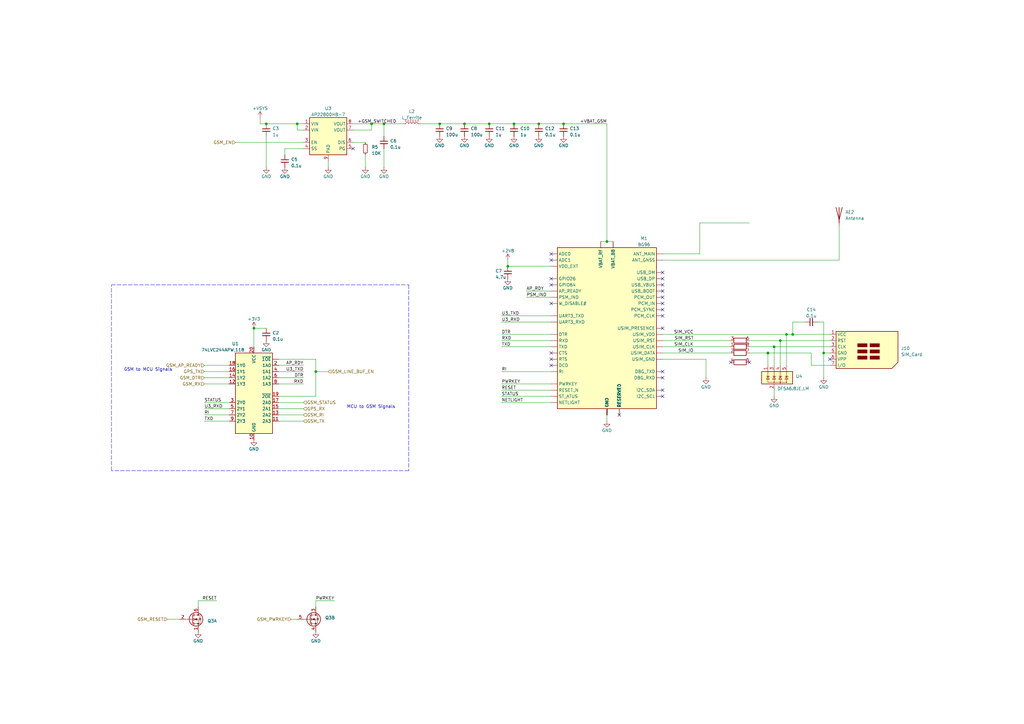
<source format=kicad_sch>
(kicad_sch (version 20250114) (generator "eeschema") (generator_version "9.0")
  (paper "A3")
  (lib_symbols
    (symbol "Connector:SIM_Card"
      (property "Reference" "J" (at -2.54 12.7 0))
      (property "Value" "SIM_Card" (at -1.27 10.16 0))
      (symbol "SIM_Card_0_1"
        (polyline (pts (xy -10.16 8.89) (xy 15.24 8.89) (xy 15.24 -3.81) (xy 12.7 -6.35) (xy -10.16 -6.35) (xy -10.16 8.89)) (stroke (width 0.254)) (fill (type background)))
        (rectangle (start -1.27 2.54) (end 2.54 3.81) (stroke (width 0.254)) (fill (type outline)))
        (rectangle (start -1.27 0) (end 2.54 1.27) (stroke (width 0.254)) (fill (type outline)))
        (rectangle (start -1.27 -2.54) (end 2.54 -1.27) (stroke (width 0.254)) (fill (type outline)))
        (rectangle (start 3.81 2.54) (end 7.62 3.81) (stroke (width 0.254)) (fill (type outline)))
        (rectangle (start 3.81 0) (end 7.62 1.27) (stroke (width 0.254)) (fill (type outline)))
        (rectangle (start 3.81 -1.27) (end 7.62 -2.54) (stroke (width 0.254)) (fill (type outline)))
      )
      (symbol "SIM_Card_1_1"
        (pin power_in line (at -12.7 7.62 0) (length 2.54) (name "VCC") (number "1"))
        (pin input line (at -12.7 5.08 0) (length 2.54) (name "RST") (number "2"))
        (pin input line (at -12.7 2.54 0) (length 2.54) (name "CLK") (number "3"))
        (pin power_in line (at -12.7 0 0) (length 2.54) (name "GND") (number "5"))
        (pin input line (at -12.7 -2.54 0) (length 2.54) (name "VPP") (number "6"))
        (pin bidirectional line (at -12.7 -5.08 0) (length 2.54) (name "I/O") (number "7"))
      )
    )
    (symbol "Device:Antenna" (pin_numbers (hide yes)) (pin_names (offset 1.016) (hide yes))
      (property "Reference" "AE" (at -1.905 1.905 0))
      (property "Value" "Antenna" (at -1.905 0 0))
      (symbol "Antenna_0_1"
        (polyline (pts (xy 0 2.54) (xy 0 -3.81)) (stroke (width 0.254)))
        (polyline (pts (xy 1.27 2.54) (xy 0 -2.54) (xy -1.27 2.54)) (stroke (width 0.254)))
      )
      (symbol "Antenna_1_1"
        (pin input line (at 0 -5.08 90) (length 2.54) (name "A") (number "1"))
      )
    )
    (symbol "Device:C_Small" (pin_numbers (hide yes)) (pin_names (offset 0.254) (hide yes))
      (property "Reference" "C" (at 0.254 1.778 0))
      (property "Value" "C_Small" (at 0.254 -2.032 0))
      (symbol "C_Small_0_1"
        (polyline (pts (xy -1.524 0.508) (xy 1.524 0.508)) (stroke (width 0.3048)))
        (polyline (pts (xy -1.524 -0.508) (xy 1.524 -0.508)) (stroke (width 0.3302)))
      )
      (symbol "C_Small_1_1"
        (pin passive line (at 0 2.54 270) (length 2.032) (name "~") (number "1"))
        (pin passive line (at 0 -2.54 90) (length 2.032) (name "~") (number "2"))
      )
    )
    (symbol "Device:L_Ferrite" (pin_numbers (hide yes)) (pin_names (offset 1.016) (hide yes))
      (property "Reference" "L" (at -1.27 0 90))
      (property "Value" "L_Ferrite" (at 2.794 0 90))
      (symbol "L_Ferrite_0_1"
        (arc (start 0 2.54) (mid 0.6323 1.905) (end 0 1.27))
        (arc (start 0 1.27) (mid 0.6323 0.635) (end 0 0))
        (arc (start 0 0) (mid 0.6323 -0.635) (end 0 -1.27))
        (arc (start 0 -1.27) (mid 0.6323 -1.905) (end 0 -2.54))
        (polyline (pts (xy 1.016 2.286) (xy 1.016 2.794)))
        (polyline (pts (xy 1.016 1.27) (xy 1.016 1.778)))
        (polyline (pts (xy 1.016 0.254) (xy 1.016 0.762)))
        (polyline (pts (xy 1.016 -0.762) (xy 1.016 -0.254)))
        (polyline (pts (xy 1.016 -1.778) (xy 1.016 -1.27)))
        (polyline (pts (xy 1.016 -2.794) (xy 1.016 -2.286)))
        (polyline (pts (xy 1.524 2.794) (xy 1.524 2.286)))
        (polyline (pts (xy 1.524 1.778) (xy 1.524 1.27)))
        (polyline (pts (xy 1.524 0.762) (xy 1.524 0.254)))
        (polyline (pts (xy 1.524 -0.254) (xy 1.524 -0.762)))
        (polyline (pts (xy 1.524 -1.27) (xy 1.524 -1.778)))
        (polyline (pts (xy 1.524 -2.286) (xy 1.524 -2.794)))
      )
      (symbol "L_Ferrite_1_1"
        (pin passive line (at 0 3.81 270) (length 1.27) (name "1") (number "1"))
        (pin passive line (at 0 -3.81 90) (length 1.27) (name "2") (number "2"))
      )
    )
    (symbol "Device:Q_Dual_NMOS_S1G1D2S2G2D1" (pin_names (offset 0) (hide yes))
      (property "Reference" "Q" (at 6.35 1.27 0))
      (property "Value" "Q_Dual_NMOS_S1G1D2S2G2D1" (at 19.05 -1.27 0))
      (symbol "Q_Dual_NMOS_S1G1D2S2G2D1_0_1"
        (polyline (pts (xy 0.254 1.905) (xy 0.254 -1.905)) (stroke (width 0.254)))
        (polyline (pts (xy 0.254 0) (xy -2.54 0)))
        (polyline (pts (xy 0.762 2.286) (xy 0.762 1.27)) (stroke (width 0.254)))
        (polyline (pts (xy 0.762 0.508) (xy 0.762 -0.508)) (stroke (width 0.254)))
        (polyline (pts (xy 0.762 -1.27) (xy 0.762 -2.286)) (stroke (width 0.254)))
        (polyline (pts (xy 0.762 -1.778) (xy 3.302 -1.778) (xy 3.302 1.778) (xy 0.762 1.778)))
        (polyline (pts (xy 1.016 0) (xy 2.032 0.381) (xy 2.032 -0.381) (xy 1.016 0)) (fill (type outline)))
        (circle (center 1.651 0) (radius 2.794) (stroke (width 0.254)))
        (polyline (pts (xy 2.54 2.54) (xy 2.54 1.778)))
        (circle (center 2.54 1.778) (radius 0.254) (fill (type outline)))
        (circle (center 2.54 -1.778) (radius 0.254) (fill (type outline)))
        (polyline (pts (xy 2.54 -2.54) (xy 2.54 0) (xy 0.762 0)))
        (polyline (pts (xy 2.794 0.508) (xy 2.921 0.381) (xy 3.683 0.381) (xy 3.81 0.254)))
        (polyline (pts (xy 3.302 0.381) (xy 2.921 -0.254) (xy 3.683 -0.254) (xy 3.302 0.381)))
      )
      (symbol "Q_Dual_NMOS_S1G1D2S2G2D1_1_1"
        (pin input line (at -5.08 0 0) (length 2.54) (name "G") (number "2"))
        (pin passive line (at 2.54 5.08 270) (length 2.54) (name "D") (number "6"))
        (pin passive line (at 2.54 -5.08 90) (length 2.54) (name "S") (number "1"))
      )
      (symbol "Q_Dual_NMOS_S1G1D2S2G2D1_2_1"
        (pin input line (at -5.08 0 0) (length 2.54) (name "G") (number "5"))
        (pin passive line (at 2.54 5.08 270) (length 2.54) (name "D") (number "3"))
        (pin passive line (at 2.54 -5.08 90) (length 2.54) (name "S") (number "4"))
      )
    )
    (symbol "Device:R_Pack04_Split" (pin_names (offset 0) (hide yes))
      (property "Reference" "RN" (at 2.032 0 90))
      (property "Value" "R_Pack04_Split" (at 0 0 90))
      (symbol "R_Pack04_Split_0_1"
        (rectangle (start 1.016 2.54) (end -1.016 -2.54) (stroke (width 0.254)))
      )
      (symbol "R_Pack04_Split_1_1"
        (pin passive line (at 0 3.81 270) (length 1.27) (name "R1.2") (number "8"))
        (pin passive line (at 0 -3.81 90) (length 1.27) (name "R1.1") (number "1"))
      )
      (symbol "R_Pack04_Split_2_1"
        (pin passive line (at 0 3.81 270) (length 1.27) (name "R2.2") (number "7"))
        (pin passive line (at 0 -3.81 90) (length 1.27) (name "R2.1") (number "2"))
      )
      (symbol "R_Pack04_Split_3_1"
        (pin passive line (at 0 3.81 270) (length 1.27) (name "R3.2") (number "6"))
        (pin passive line (at 0 -3.81 90) (length 1.27) (name "R3.1") (number "3"))
      )
      (symbol "R_Pack04_Split_4_1"
        (pin passive line (at 0 3.81 270) (length 1.27) (name "R4.2") (number "5"))
        (pin passive line (at 0 -3.81 90) (length 1.27) (name "R4.1") (number "4"))
      )
    )
    (symbol "Device:R_Small" (pin_numbers (hide yes)) (pin_names (offset 0.254) (hide yes))
      (property "Reference" "R" (at 0 0 90))
      (property "Value" "R_Small" (at 1.778 0 90))
      (symbol "R_Small_0_1"
        (rectangle (start -0.762 1.778) (end 0.762 -1.778) (stroke (width 0.2032)))
      )
      (symbol "R_Small_1_1"
        (pin passive line (at 0 2.54 270) (length 0.762) (name "~") (number "1"))
        (pin passive line (at 0 -2.54 90) (length 0.762) (name "~") (number "2"))
      )
    )
    (symbol "My Libraries:+2V8" (power) (in_bom no) (on_board no)
      (property "Value" "+2V8" (at 0 3.81 0))
      (symbol "+2V8_0_1"
        (polyline (pts (xy 0 2.54) (xy -0.762 1.27)))
        (polyline (pts (xy 0 2.54) (xy 0.762 1.27)))
        (polyline (pts (xy 0 0) (xy 0 2.54)))
      )
      (symbol "+2V8_1_1"
        (pin power_in line (at 0 0 90) (length 0) (hide yes) (name "+2V8") (number ""))
      )
    )
    (symbol "My Libraries:+VSYS" (power) (in_bom no) (on_board no)
      (property "Value" "+VSYS" (at 0 3.81 0))
      (symbol "+VSYS_0_1"
        (polyline (pts (xy 0 2.54) (xy -0.762 1.27)))
        (polyline (pts (xy 0 2.54) (xy 0.762 1.27)))
        (polyline (pts (xy 0 0) (xy 0 2.54)))
      )
      (symbol "+VSYS_1_1"
        (pin power_in line (at 0 0 90) (length 0) (hide yes) (name "+VSYS") (number ""))
      )
    )
    (symbol "My Libraries:74LVC244APW,118"
      (property "Reference" "U" (at -10.16 22.86 0))
      (property "Value" "74LVC244APW,118" (at -12.7 20.32 0))
      (symbol "74LVC244APW,118_0_1"
        (rectangle (start -7.62 17.78) (end 7.62 -15.24) (stroke (width 0.254)) (fill (type background)))
      )
      (symbol "74LVC244APW,118_1_1"
        (pin input line (at -10.16 15.24 0) (length 2.54) (name "~{1OE}") (number ""))
        (pin input line (at -10.16 12.7 0) (length 2.54) (name "1A0") (number "2"))
        (pin input line (at -10.16 10.16 0) (length 2.54) (name "1A1") (number "4"))
        (pin input line (at -10.16 7.62 0) (length 2.54) (name "1A2") (number "6"))
        (pin input line (at -10.16 5.08 0) (length 2.54) (name "1A3") (number "8"))
        (pin input line (at -10.16 0 0) (length 2.54) (name "~{2OE}") (number "19"))
        (pin input line (at -10.16 -2.54 0) (length 2.54) (name "2A0") (number "17"))
        (pin input line (at -10.16 -5.08 0) (length 2.54) (name "2A1") (number "15"))
        (pin input line (at -10.16 -7.62 0) (length 2.54) (name "2A2") (number "13"))
        (pin input line (at -10.16 -10.16 0) (length 2.54) (name "2A3") (number "11"))
        (pin power_in line (at 0 20.32 270) (length 2.54) (name "VCC") (number "20"))
        (pin power_in line (at 0 -17.78 90) (length 2.54) (name "GND") (number "10"))
        (pin output line (at 10.16 12.7 180) (length 2.54) (name "1Y0") (number "18"))
        (pin output line (at 10.16 10.16 180) (length 2.54) (name "1Y1") (number "16"))
        (pin output line (at 10.16 7.62 180) (length 2.54) (name "1Y2") (number "14"))
        (pin output line (at 10.16 5.08 180) (length 2.54) (name "1Y3") (number "12"))
        (pin output line (at 10.16 -2.54 180) (length 2.54) (name "2Y0") (number "3"))
        (pin output line (at 10.16 -5.08 180) (length 2.54) (name "2Y1") (number "5"))
        (pin output line (at 10.16 -7.62 180) (length 2.54) (name "2Y2") (number "7"))
        (pin output line (at 10.16 -10.16 180) (length 2.54) (name "2Y3") (number "9"))
      )
    )
    (symbol "My Libraries:AP22800HB-7"
      (property "Reference" "U" (at -1.27 10.16 0))
      (property "Value" "AP22800HB-7" (at -1.27 10.16 0))
      (symbol "AP22800HB-7_0_1"
        (rectangle (start -7.62 7.62) (end 7.62 -7.62) (stroke (width 0.254)) (fill (type background)))
      )
      (symbol "AP22800HB-7_1_1"
        (pin power_in line (at -10.16 5.08 0) (length 2.54) (name "VIN") (number "1"))
        (pin power_in line (at -10.16 2.54 0) (length 2.54) (name "VIN") (number "2"))
        (pin input line (at -10.16 -2.54 0) (length 2.54) (name "EN") (number "3"))
        (pin input line (at -10.16 -5.08 0) (length 2.54) (name "SS") (number "4"))
        (pin power_in line (at 0 -10.16 90) (length 2.54) (name "PAD") (number "9"))
        (pin passive line (at 10.16 5.08 180) (length 2.54) (name "VOUT") (number "8"))
        (pin passive line (at 10.16 2.54 180) (length 2.54) (name "VOUT") (number "7"))
        (pin output line (at 10.16 -2.54 180) (length 2.54) (name "DIS") (number "6"))
        (pin output line (at 10.16 -5.08 180) (length 2.54) (name "PG") (number "5"))
      )
    )
    (symbol "My Libraries:BG96" (pin_numbers (hide yes))
      (property "Reference" "M" (at -17.78 27.94 0))
      (property "Value" "BG96" (at -17.78 25.4 0))
      (symbol "BG96_0_1"
        (rectangle (start -20.32 22.86) (end 20.32 -43.18) (stroke (width 0.254)) (fill (type background)))
      )
      (symbol "BG96_1_1"
        (pin input line (at -22.86 20.32 0) (length 2.54) (name "ADC0") (number "24"))
        (pin input line (at -22.86 17.78 0) (length 2.54) (name "ADC1") (number "2"))
        (pin power_out line (at -22.86 15.24 0) (length 2.54) (name "VDD_EXT") (number "29"))
        (pin bidirectional line (at -22.86 10.16 0) (length 2.54) (name "GPIO26") (number "26"))
        (pin bidirectional line (at -22.86 7.62 0) (length 2.54) (name "GPIO64") (number "64"))
        (pin input line (at -22.86 5.08 0) (length 2.54) (name "AP_READY") (number "19"))
        (pin output line (at -22.86 2.54 0) (length 2.54) (name "PSM_IND") (number "1"))
        (pin input line (at -22.86 0 0) (length 2.54) (name "W_DISABLE#") (number "18"))
        (pin output line (at -22.86 -5.08 0) (length 2.54) (name "UART3_TXD") (number "27"))
        (pin input line (at -22.86 -7.62 0) (length 2.54) (name "UART3_RXD") (number "28"))
        (pin input line (at -22.86 -12.7 0) (length 2.54) (name "DTR") (number "30"))
        (pin input line (at -22.86 -15.24 0) (length 2.54) (name "RXD") (number "34"))
        (pin output line (at -22.86 -17.78 0) (length 2.54) (name "TXD") (number "35"))
        (pin output line (at -22.86 -20.32 0) (length 2.54) (name "CTS") (number "36"))
        (pin input line (at -22.86 -22.86 0) (length 2.54) (name "RTS") (number "37"))
        (pin output line (at -22.86 -25.4 0) (length 2.54) (name "DCD") (number "38"))
        (pin output line (at -22.86 -27.94 0) (length 2.54) (name "RI") (number "39"))
        (pin passive line (at -22.86 -33.02 0) (length 2.54) (name "PWRKEY") (number "15"))
        (pin input line (at -22.86 -35.56 0) (length 2.54) (name "RESET_N") (number "17"))
        (pin passive line (at -22.86 -38.1 0) (length 2.54) (name "ST_ATUS") (number "20"))
        (pin passive line (at -22.86 -40.64 0) (length 2.54) (name "NETLIGHT") (number "21"))
        (pin power_in line (at -2.54 25.4 270) (length 2.54) (name "VBAT_RF") (number "52"))
        (pin power_in line (at -2.54 25.4 270) (length 2.54) (name "VBAT_RF") (number "53"))
        (pin power_in line (at 0 -45.72 90) (length 2.54) (name "GND") (number "100"))
        (pin power_in line (at 0 -45.72 90) (length 2.54) (name "GND") (number "101"))
        (pin power_in line (at 0 -45.72 90) (length 2.54) (name "GND") (number "102"))
        (pin power_in line (at 0 -45.72 90) (length 2.54) (name "GND") (number "3"))
        (pin power_in line (at 0 -45.72 90) (length 2.54) (name "GND") (number "31"))
        (pin power_in line (at 0 -45.72 90) (length 2.54) (name "GND") (number "48"))
        (pin power_in line (at 0 -45.72 90) (length 2.54) (name "GND") (number "50"))
        (pin power_in line (at 0 -45.72 90) (length 2.54) (name "GND") (number "54"))
        (pin power_in line (at 0 -45.72 90) (length 2.54) (name "GND") (number "55"))
        (pin power_in line (at 0 -45.72 90) (length 2.54) (name "GND") (number "58"))
        (pin power_in line (at 0 -45.72 90) (length 2.54) (name "GND") (number "59"))
        (pin power_in line (at 0 -45.72 90) (length 2.54) (name "GND") (number "61"))
        (pin power_in line (at 0 -45.72 90) (length 2.54) (name "GND") (number "62"))
        (pin power_in line (at 0 -45.72 90) (length 2.54) (name "GND") (number "67"))
        (pin power_in line (at 0 -45.72 90) (length 2.54) (name "GND") (number "68"))
        (pin power_in line (at 0 -45.72 90) (length 2.54) (name "GND") (number "69"))
        (pin power_in line (at 0 -45.72 90) (length 2.54) (name "GND") (number "70"))
        (pin power_in line (at 0 -45.72 90) (length 2.54) (name "GND") (number "71"))
        (pin power_in line (at 0 -45.72 90) (length 2.54) (name "GND") (number "72"))
        (pin power_in line (at 0 -45.72 90) (length 2.54) (name "GND") (number "73"))
        (pin power_in line (at 0 -45.72 90) (length 2.54) (name "GND") (number "74"))
        (pin power_in line (at 0 -45.72 90) (length 2.54) (name "GND") (number "79"))
        (pin power_in line (at 0 -45.72 90) (length 2.54) (name "GND") (number "80"))
        (pin power_in line (at 0 -45.72 90) (length 2.54) (name "GND") (number "81"))
        (pin power_in line (at 0 -45.72 90) (length 2.54) (name "GND") (number "82"))
        (pin power_in line (at 0 -45.72 90) (length 2.54) (name "GND") (number "89"))
        (pin power_in line (at 0 -45.72 90) (length 2.54) (name "GND") (number "90"))
        (pin power_in line (at 0 -45.72 90) (length 2.54) (name "GND") (number "91"))
        (pin power_in line (at 2.54 25.4 270) (length 2.54) (name "VBAT_BB") (number "32"))
        (pin power_in line (at 2.54 25.4 270) (length 2.54) (name "VBAT_BB") (number "33"))
        (pin free line (at 5.08 -45.72 90) (length 2.54) (name "RESERVED") (number "11"))
        (pin free line (at 5.08 -45.72 90) (length 2.54) (name "RESERVED") (number "12"))
        (pin free line (at 5.08 -45.72 90) (length 2.54) (name "RESERVED") (number "13"))
        (pin free line (at 5.08 -45.72 90) (length 2.54) (name "RESERVED") (number "14"))
        (pin free line (at 5.08 -45.72 90) (length 2.54) (name "RESERVED") (number "16"))
        (pin free line (at 5.08 -45.72 90) (length 2.54) (name "RESERVED") (number "25"))
        (pin free line (at 5.08 -45.72 90) (length 2.54) (name "RESERVED") (number "51"))
        (pin free line (at 5.08 -45.72 90) (length 2.54) (name "RESERVED") (number "56"))
        (pin free line (at 5.08 -45.72 90) (length 2.54) (name "RESERVED") (number "57"))
        (pin free line (at 5.08 -45.72 90) (length 2.54) (name "RESERVED") (number "63"))
        (pin free line (at 5.08 -45.72 90) (length 2.54) (name "RESERVED") (number "65"))
        (pin free line (at 5.08 -45.72 90) (length 2.54) (name "RESERVED") (number "66"))
        (pin free line (at 5.08 -45.72 90) (length 2.54) (name "RESERVED") (number "76"))
        (pin free line (at 5.08 -45.72 90) (length 2.54) (name "RESERVED") (number "77"))
        (pin free line (at 5.08 -45.72 90) (length 2.54) (name "RESERVED") (number "78"))
        (pin free line (at 5.08 -45.72 90) (length 2.54) (name "RESERVED") (number "83"))
        (pin free line (at 5.08 -45.72 90) (length 2.54) (name "RESERVED") (number "84"))
        (pin free line (at 5.08 -45.72 90) (length 2.54) (name "RESERVED") (number "85"))
        (pin free line (at 5.08 -45.72 90) (length 2.54) (name "RESERVED") (number "86"))
        (pin free line (at 5.08 -45.72 90) (length 2.54) (name "RESERVED") (number "87"))
        (pin free line (at 5.08 -45.72 90) (length 2.54) (name "RESERVED") (number "88"))
        (pin free line (at 5.08 -45.72 90) (length 2.54) (name "RESERVED") (number "92"))
        (pin free line (at 5.08 -45.72 90) (length 2.54) (name "RESERVED") (number "93"))
        (pin free line (at 5.08 -45.72 90) (length 2.54) (name "RESERVED") (number "94"))
        (pin free line (at 5.08 -45.72 90) (length 2.54) (name "RESERVED") (number "95"))
        (pin free line (at 5.08 -45.72 90) (length 2.54) (name "RESERVED") (number "96"))
        (pin free line (at 5.08 -45.72 90) (length 2.54) (name "RESERVED") (number "97"))
        (pin free line (at 5.08 -45.72 90) (length 2.54) (name "RESERVED") (number "98"))
        (pin free line (at 5.08 -45.72 90) (length 2.54) (name "RESERVED") (number "99"))
        (pin passive line (at 22.86 20.32 180) (length 2.54) (name "ANT_MAIN") (number "60"))
        (pin passive line (at 22.86 17.78 180) (length 2.54) (name "ANT_GNSS") (number "49"))
        (pin bidirectional line (at 22.86 12.7 180) (length 2.54) (name "USB_DM") (number "10"))
        (pin bidirectional line (at 22.86 10.16 180) (length 2.54) (name "USB_DP") (number "9"))
        (pin power_in line (at 22.86 7.62 180) (length 2.54) (name "USB_VBUS") (number "8"))
        (pin power_in line (at 22.86 5.08 180) (length 2.54) (name "USB_BOOT") (number "75"))
        (pin output line (at 22.86 2.54 180) (length 2.54) (name "PCM_OUT") (number "7"))
        (pin input line (at 22.86 0 180) (length 2.54) (name "PCM_IN") (number "6"))
        (pin output line (at 22.86 -2.54 180) (length 2.54) (name "PCM_SYNC") (number "5"))
        (pin output line (at 22.86 -5.08 180) (length 2.54) (name "PCM_CLK") (number "4"))
        (pin input line (at 22.86 -10.16 180) (length 2.54) (name "USIM_PRESENCE") (number "42"))
        (pin power_out line (at 22.86 -12.7 180) (length 2.54) (name "USIM_VDD") (number "43"))
        (pin output line (at 22.86 -15.24 180) (length 2.54) (name "USIM_RST") (number "44"))
        (pin output line (at 22.86 -17.78 180) (length 2.54) (name "USIM_CLK") (number "46"))
        (pin bidirectional line (at 22.86 -20.32 180) (length 2.54) (name "USIM_DATA") (number "45"))
        (pin power_in line (at 22.86 -22.86 180) (length 2.54) (name "USIM_GND") (number "47"))
        (pin output line (at 22.86 -27.94 180) (length 2.54) (name "DBG_TXD") (number "23"))
        (pin input line (at 22.86 -30.48 180) (length 2.54) (name "DBG_RXD") (number "22"))
        (pin bidirectional line (at 22.86 -35.56 180) (length 2.54) (name "I2C_SDA") (number "41"))
        (pin bidirectional line (at 22.86 -38.1 180) (length 2.54) (name "I2C_SCL") (number "40"))
      )
    )
    (symbol "My Libraries:DF5A6.8JE,LM" (pin_names (hide yes))
      (property "Reference" "U" (at 7.62 7.62 0))
      (property "Value" "DF5A6.8JE,LM" (at 12.7 5.08 0))
      (symbol "DF5A6.8JE,LM_0_0"
        (pin passive line (at 0 -5.08 90) (length 2.54) (name "GND") (number "2"))
      )
      (symbol "DF5A6.8JE,LM_0_1"
        (rectangle (start -5.08 2.54) (end 7.62 -2.54) (stroke (width 0.254)) (fill (type background)))
        (polyline (pts (xy -3.175 0.635) (xy -1.905 0.635) (xy -1.905 0.381)))
        (polyline (pts (xy -3.175 -0.635) (xy -1.905 -0.635) (xy -2.54 0.635) (xy -3.175 -0.635)))
        (polyline (pts (xy -2.54 2.54) (xy -2.54 -1.905) (xy 5.08 -1.905) (xy 5.08 -1.905)))
        (polyline (pts (xy -0.635 0.635) (xy 0.635 0.635) (xy 0.635 0.381)))
        (polyline (pts (xy -0.635 -0.635) (xy 0.635 -0.635) (xy 0 0.635) (xy -0.635 -0.635)))
        (polyline (pts (xy 0 2.54) (xy 0 -1.905)))
        (circle (center 0 -1.905) (radius 0.127))
        (polyline (pts (xy 1.905 0.635) (xy 3.175 0.635) (xy 3.175 0.381)))
        (polyline (pts (xy 1.905 -0.635) (xy 3.175 -0.635) (xy 2.54 0.635) (xy 1.905 -0.635)))
        (polyline (pts (xy 2.54 2.54) (xy 2.54 -2.54)))
        (circle (center 2.54 -1.905) (radius 0.127))
        (polyline (pts (xy 4.445 0.635) (xy 5.715 0.635) (xy 5.715 0.381)))
        (polyline (pts (xy 4.445 -0.635) (xy 5.715 -0.635) (xy 5.08 0.635) (xy 4.445 -0.635)))
        (polyline (pts (xy 5.08 2.54) (xy 5.08 -1.905)))
        (circle (center 5.08 -1.905) (radius 0.127))
      )
      (symbol "DF5A6.8JE,LM_1_1"
        (pin passive line (at -2.54 5.08 270) (length 2.54) (name "IO1") (number "1"))
        (pin passive line (at 0 5.08 270) (length 2.54) (name "IO2") (number "3"))
        (pin passive line (at 2.54 5.08 270) (length 2.54) (name "IO3") (number "4"))
        (pin passive line (at 5.08 5.08 270) (length 2.54) (name "IO4") (number "5"))
      )
    )
    (symbol "power:+3.3V" (power) (pin_numbers (hide yes)) (pin_names (offset 0) (hide yes))
      (property "Value" "+3.3V" (at 0 3.556 0))
      (symbol "+3.3V_0_1"
        (polyline (pts (xy -0.762 1.27) (xy 0 2.54)))
        (polyline (pts (xy 0 2.54) (xy 0.762 1.27)))
        (polyline (pts (xy 0 0) (xy 0 2.54)))
      )
      (symbol "+3.3V_1_1"
        (pin power_in line (at 0 0 90) (length 0) (name "~") (number "1"))
      )
    )
    (symbol "power:GND" (power) (pin_numbers (hide yes)) (pin_names (offset 0) (hide yes))
      (property "Value" "GND" (at 0 -3.81 0))
      (symbol "GND_0_1"
        (polyline (pts (xy 0 0) (xy 0 -1.27) (xy 1.27 -1.27) (xy 0 -2.54) (xy -1.27 -1.27) (xy 0 -1.27)))
      )
      (symbol "GND_1_1"
        (pin power_in line (at 0 0 270) (length 0) (name "~") (number "1"))
      )
    )
  )
  (text "GSM to MCU Signals" (at 50.8 152.4 0) (effects (font (size 1.27 1.27)) (justify left bottom)))
  (text "MCU to GSM Signals" (at 142.24 167.64 0) (effects (font (size 1.27 1.27)) (justify left bottom)))
  (junction (at 180.34 50.8))
  (junction (at 322.58 137.16) (diameter 0.9144))
  (junction (at 109.22 50.8) (diameter 0.9144))
  (junction (at 210.82 50.8))
  (junction (at 121.92 50.8) (diameter 0.9144))
  (junction (at 157.48 50.8) (diameter 0.9144))
  (junction (at 190.5 50.8))
  (junction (at 152.4 50.8) (diameter 0.9144))
  (junction (at 208.28 109.22) (diameter 0.9144))
  (junction (at 104.14 134.62) (diameter 0.9144))
  (junction (at 325.12 137.16) (diameter 0.9144))
  (junction (at 129.54 152.4))
  (junction (at 248.92 99.06))
  (junction (at 220.98 50.8) (diameter 0.9144))
  (junction (at 320.04 139.7) (diameter 0.9144))
  (junction (at 200.66 50.8))
  (junction (at 231.14 50.8))
  (junction (at 314.96 144.78) (diameter 0.9144))
  (junction (at 317.5 142.24) (diameter 0.9144))
  (junction (at 337.82 144.78) (diameter 0.9144))
  (no_connect (at 144.78 60.96))
  (no_connect (at 226.06 144.78))
  (no_connect (at 271.78 114.3))
  (no_connect (at 271.78 134.62))
  (no_connect (at 226.06 106.68))
  (no_connect (at 271.78 119.38))
  (no_connect (at 340.36 147.32))
  (no_connect (at 254 170.18))
  (no_connect (at 271.78 154.94))
  (no_connect (at 271.78 116.84))
  (no_connect (at 226.06 114.3))
  (no_connect (at 226.06 116.84))
  (no_connect (at 271.78 121.92))
  (no_connect (at 271.78 124.46))
  (no_connect (at 271.78 127))
  (no_connect (at 271.78 129.54))
  (no_connect (at 271.78 160.02))
  (no_connect (at 271.78 162.56))
  (no_connect (at 226.06 149.86))
  (no_connect (at 226.06 104.14))
  (no_connect (at 226.06 124.46))
  (no_connect (at 271.78 111.76))
  (no_connect (at 299.72 148.59))
  (no_connect (at 307.34 148.59))
  (no_connect (at 271.78 152.4))
  (no_connect (at 226.06 147.32))
  (wire (pts (xy 317.5 142.24) (xy 317.5 149.86)))
  (wire (pts (xy 205.74 142.24) (xy 226.06 142.24)))
  (wire (pts (xy 106.68 48.26) (xy 106.68 50.8)))
  (wire (pts (xy 205.74 152.4) (xy 226.06 152.4)))
  (wire (pts (xy 157.48 50.8) (xy 157.48 55.88)))
  (wire (pts (xy 307.34 139.7) (xy 320.04 139.7)))
  (wire (pts (xy 208.28 109.22) (xy 226.06 109.22)))
  (wire (pts (xy 271.78 139.7) (xy 299.72 139.7)))
  (wire (pts (xy 320.04 139.7) (xy 340.36 139.7)))
  (wire (pts (xy 109.22 50.8) (xy 121.92 50.8)))
  (wire (pts (xy 121.92 53.34) (xy 121.92 50.8)))
  (wire (pts (xy 124.46 53.34) (xy 121.92 53.34)))
  (wire (pts (xy 144.78 50.8) (xy 152.4 50.8)))
  (wire (pts (xy 215.9 121.92) (xy 226.06 121.92)))
  (wire (pts (xy 129.54 152.4) (xy 134.62 152.4)))
  (wire (pts (xy 93.98 165.1) (xy 83.82 165.1)))
  (wire (pts (xy 129.54 246.38) (xy 137.16 246.38)))
  (wire (pts (xy 129.54 248.92) (xy 129.54 246.38)))
  (wire (pts (xy 83.82 157.48) (xy 93.98 157.48)))
  (wire (pts (xy 205.74 137.16) (xy 226.06 137.16)))
  (wire (pts (xy 246.38 99.06) (xy 248.92 99.06)))
  (wire (pts (xy 81.28 248.92) (xy 81.28 246.38)))
  (wire (pts (xy 205.74 160.02) (xy 226.06 160.02)))
  (polyline (pts (xy 167.64 116.84) (xy 167.64 193.04)) (stroke (width 0) (type dash)))
  (wire (pts (xy 314.96 144.78) (xy 314.96 149.86)))
  (wire (pts (xy 180.34 50.8) (xy 190.5 50.8)))
  (wire (pts (xy 129.54 152.4) (xy 129.54 162.56)))
  (wire (pts (xy 93.98 167.64) (xy 83.82 167.64)))
  (wire (pts (xy 172.72 50.8) (xy 180.34 50.8)))
  (wire (pts (xy 271.78 142.24) (xy 299.72 142.24)))
  (wire (pts (xy 317.5 142.24) (xy 340.36 142.24)))
  (wire (pts (xy 332.74 149.86) (xy 332.74 144.78)))
  (wire (pts (xy 340.36 149.86) (xy 332.74 149.86)))
  (wire (pts (xy 116.84 60.96) (xy 116.84 63.5)))
  (wire (pts (xy 124.46 60.96) (xy 116.84 60.96)))
  (wire (pts (xy 114.3 170.18) (xy 124.46 170.18)))
  (wire (pts (xy 271.78 137.16) (xy 322.58 137.16)))
  (wire (pts (xy 322.58 137.16) (xy 325.12 137.16)))
  (wire (pts (xy 325.12 137.16) (xy 340.36 137.16)))
  (wire (pts (xy 114.3 167.64) (xy 124.46 167.64)))
  (wire (pts (xy 322.58 137.16) (xy 322.58 149.86)))
  (wire (pts (xy 205.74 132.08) (xy 226.06 132.08)))
  (polyline (pts (xy 45.72 193.04) (xy 45.72 116.84)) (stroke (width 0) (type dash)))
  (wire (pts (xy 129.54 147.32) (xy 129.54 152.4)))
  (wire (pts (xy 119.38 254) (xy 121.92 254)))
  (wire (pts (xy 190.5 50.8) (xy 200.66 50.8)))
  (wire (pts (xy 83.82 154.94) (xy 93.98 154.94)))
  (wire (pts (xy 144.78 58.42) (xy 149.86 58.42)))
  (wire (pts (xy 114.3 172.72) (xy 124.46 172.72)))
  (wire (pts (xy 271.78 144.78) (xy 299.72 144.78)))
  (wire (pts (xy 314.96 144.78) (xy 332.74 144.78)))
  (wire (pts (xy 307.34 144.78) (xy 314.96 144.78)))
  (wire (pts (xy 68.58 254) (xy 73.66 254)))
  (wire (pts (xy 248.92 99.06) (xy 251.46 99.06)))
  (wire (pts (xy 271.78 104.14) (xy 287.02 104.14)))
  (wire (pts (xy 287.02 91.44) (xy 307.34 91.44)))
  (wire (pts (xy 287.02 104.14) (xy 287.02 91.44)))
  (wire (pts (xy 200.66 50.8) (xy 210.82 50.8)))
  (wire (pts (xy 344.17 106.68) (xy 344.17 92.71)))
  (wire (pts (xy 307.34 142.24) (xy 317.5 142.24)))
  (wire (pts (xy 114.3 157.48) (xy 124.46 157.48)))
  (wire (pts (xy 83.82 149.86) (xy 93.98 149.86)))
  (polyline (pts (xy 167.64 193.04) (xy 45.72 193.04)) (stroke (width 0) (type dash)))
  (wire (pts (xy 114.3 162.56) (xy 129.54 162.56)))
  (wire (pts (xy 109.22 55.88) (xy 109.22 68.58)))
  (wire (pts (xy 317.5 160.02) (xy 317.5 162.56)))
  (wire (pts (xy 104.14 134.62) (xy 109.22 134.62)))
  (wire (pts (xy 231.14 50.8) (xy 248.92 50.8)))
  (wire (pts (xy 271.78 147.32) (xy 289.56 147.32)))
  (wire (pts (xy 208.28 106.68) (xy 208.28 109.22)))
  (wire (pts (xy 106.68 50.8) (xy 109.22 50.8)))
  (wire (pts (xy 157.48 60.96) (xy 157.48 68.58)))
  (wire (pts (xy 114.3 165.1) (xy 124.46 165.1)))
  (wire (pts (xy 248.92 170.18) (xy 248.92 172.72)))
  (wire (pts (xy 215.9 119.38) (xy 226.06 119.38)))
  (wire (pts (xy 104.14 134.62) (xy 104.14 142.24)))
  (wire (pts (xy 144.78 53.34) (xy 152.4 53.34)))
  (wire (pts (xy 152.4 53.34) (xy 152.4 50.8)))
  (wire (pts (xy 149.86 63.5) (xy 149.86 68.58)))
  (polyline (pts (xy 45.72 116.84) (xy 167.64 116.84)) (stroke (width 0) (type dash)))
  (wire (pts (xy 210.82 50.8) (xy 220.98 50.8)))
  (wire (pts (xy 271.78 106.68) (xy 344.17 106.68)))
  (wire (pts (xy 93.98 172.72) (xy 83.82 172.72)))
  (wire (pts (xy 114.3 154.94) (xy 124.46 154.94)))
  (wire (pts (xy 114.3 147.32) (xy 129.54 147.32)))
  (wire (pts (xy 81.28 246.38) (xy 88.9 246.38)))
  (wire (pts (xy 114.3 152.4) (xy 124.46 152.4)))
  (wire (pts (xy 220.98 50.8) (xy 231.14 50.8)))
  (wire (pts (xy 320.04 139.7) (xy 320.04 149.86)))
  (wire (pts (xy 114.3 149.86) (xy 124.46 149.86)))
  (wire (pts (xy 134.62 66.04) (xy 134.62 68.58)))
  (wire (pts (xy 205.74 139.7) (xy 226.06 139.7)))
  (wire (pts (xy 121.92 50.8) (xy 124.46 50.8)))
  (wire (pts (xy 93.98 170.18) (xy 83.82 170.18)))
  (wire (pts (xy 226.06 157.48) (xy 205.74 157.48)))
  (wire (pts (xy 335.28 132.08) (xy 337.82 132.08)))
  (wire (pts (xy 337.82 132.08) (xy 337.82 144.78)))
  (wire (pts (xy 337.82 144.78) (xy 337.82 154.94)))
  (wire (pts (xy 205.74 165.1) (xy 226.06 165.1)))
  (wire (pts (xy 248.92 50.8) (xy 248.92 99.06)))
  (wire (pts (xy 152.4 50.8) (xy 157.48 50.8)))
  (wire (pts (xy 157.48 50.8) (xy 165.1 50.8)))
  (wire (pts (xy 205.74 129.54) (xy 226.06 129.54)))
  (wire (pts (xy 325.12 132.08) (xy 325.12 137.16)))
  (wire (pts (xy 330.2 132.08) (xy 325.12 132.08)))
  (wire (pts (xy 96.52 58.42) (xy 124.46 58.42)))
  (wire (pts (xy 289.56 154.94) (xy 289.56 147.32)))
  (wire (pts (xy 83.82 152.4) (xy 93.98 152.4)))
  (wire (pts (xy 205.74 162.56) (xy 226.06 162.56)))
  (wire (pts (xy 340.36 144.78) (xy 337.82 144.78)))
  (label "PWRKEY" (at 137.16 246.38 180))
  (label "NETLIGHT" (at 205.74 165.1 0))
  (label "AP_RDY" (at 124.46 149.86 180))
  (label "SIM_IO" (at 284.48 144.78 180))
  (label "RXD" (at 124.46 157.48 180))
  (label "STATUS" (at 205.74 162.56 0))
  (label "RESET" (at 205.74 160.02 0))
  (label "SIM_VCC" (at 284.48 137.16 180))
  (label "SIM_CLK" (at 284.48 142.24 180))
  (label "U3_TXD" (at 205.74 129.54 0))
  (label "SIM_RST" (at 284.48 139.7 180))
  (label "U3_RXD" (at 83.82 167.64 0))
  (label "AP_RDY" (at 215.9 119.38 0))
  (label "TXD" (at 83.82 172.72 0))
  (label "RESET" (at 88.9 246.38 180))
  (label "DTR" (at 205.74 137.16 0))
  (label "U3_TXD" (at 124.46 152.4 180))
  (label "+GSM_SWITCHED" (at 162.56 50.8 180))
  (label "+VBAT_GSM" (at 248.92 50.8 180))
  (label "RI" (at 83.82 170.18 0))
  (label "RXD" (at 205.74 139.7 0))
  (label "STATUS" (at 83.82 165.1 0))
  (label "U3_RXD" (at 205.74 132.08 0))
  (label "TXD" (at 205.74 142.24 0))
  (label "PWRKEY" (at 205.74 157.48 0))
  (label "PSM_IND" (at 215.9 121.92 0))
  (label "RI" (at 205.74 152.4 0))
  (label "DTR" (at 124.46 154.94 180))
  (hierarchical_label "GSM_DTR" (shape input) (at 83.82 154.94 180))
  (hierarchical_label "GSM_RESET" (shape input) (at 68.58 254 180))
  (hierarchical_label "GSM_EN" (shape input) (at 96.52 58.42 180))
  (hierarchical_label "GSM_RI" (shape input) (at 124.46 170.18 0))
  (hierarchical_label "GPS_RX" (shape input) (at 124.46 167.64 0))
  (hierarchical_label "GSM_STATUS" (shape input) (at 124.46 165.1 0))
  (hierarchical_label "GSM_TX" (shape input) (at 124.46 172.72 0))
  (hierarchical_label "GSM_AP_READY" (shape input) (at 83.82 149.86 180))
  (hierarchical_label "GSM_PWRKEY" (shape input) (at 119.38 254 180))
  (hierarchical_label "GSM_RX" (shape input) (at 83.82 157.48 180))
  (hierarchical_label "GPS_TX" (shape input) (at 83.82 152.4 180))
  (hierarchical_label "GSM_LINE_BUF_EN" (shape input) (at 134.62 152.4 0))
  (symbol (lib_id "Device:C_Small") (at 231.14 53.34 0) (unit 1)
    (property "Reference" "C21" (at 233.68 52.7049 0) (effects (justify left)))
    (property "Value" "0.1u" (at 233.68 55.2449 0) (effects (justify left)))
    (property "Footprint" "Capacitor_SMD:C_0402_1005Metric" (effects (hide yes)))
    (property "Description" "Unpolarized capacitor, small symbol" (effects (hide yes)))
    (instances (project "BK4000TG_V3" (path "" (reference "C13") (unit 1))) (project "BK4000TG_V3" (path "" (reference "C21") (unit 1))))
  )
  (symbol (lib_id "power:GND") (at 180.34 55.88 0) (unit 1)
    (property "Reference" "#PWR028" (effects (hide yes)))
    (property "Value" "GND" (at 180.34 59.69 0))
    (property "Description" "Power symbol creates a global label with name \"GND\" , ground" (effects (hide yes)))
    (instances (project "BK4000TG_V3" (path "" (reference "#PWR040") (unit 1))) (project "BK4000TG_V3" (path "" (reference "#PWR028") (unit 1))))
  )
  (symbol (lib_id "My Libraries:DF5A6.8JE,LM") (at 317.5 154.94 0) (unit 1)
    (property "Reference" "U5" (at 326.39 154.3049 0) (effects (justify left)))
    (property "Value" "DF5A6.8JE,LM" (at 318.77 159.3849 0) (effects (justify left)))
    (property "Footprint" "Package_TO_SOT_SMD:Diodes_SOT-553" (effects (hide yes)))
    (property "Description" "ESD Suppressor, 4 Channel, 5V 6.4V 45pF" (effects (hide yes)))
    (instances (project "BK4000TG_V3" (path "" (reference "U4") (unit 1))) (project "BK4000TG_V3" (path "" (reference "U5") (unit 1))))
  )
  (symbol (lib_id "Device:Q_Dual_NMOS_S1G1D2S2G2D1") (at 78.74 254 0) (unit 1)
    (property "Reference" "Q1" (at 85.09 254.6349 0) (effects (justify left)))
    (property "Value" "SSM6N7002KFU" (effects (hide yes)))
    (property "Footprint" "Package_TO_SOT_SMD:SOT-363_SC-70-6" (effects (hide yes)))
    (instances (project "BK4000TG_V3" (path "" (reference "Q3") (unit 1))) (project "BK4000TG_V3" (path "" (reference "Q1") (unit 1))))
  )
  (symbol (lib_id "power:GND") (at 149.86 68.58 0) (unit 1)
    (property "Reference" "#PWR026" (effects (hide yes)))
    (property "Value" "GND" (at 149.86 72.39 0))
    (property "Description" "Power symbol creates a global label with name \"GND\" , ground" (effects (hide yes)))
    (instances (project "BK4000TG_V3" (path "" (reference "#PWR035") (unit 1))) (project "BK4000TG_V3" (path "" (reference "#PWR026") (unit 1))))
  )
  (symbol (lib_id "power:GND") (at 190.5 55.88 0) (unit 1)
    (property "Reference" "#PWR029" (effects (hide yes)))
    (property "Value" "GND" (at 190.5 59.69 0))
    (property "Description" "Power symbol creates a global label with name \"GND\" , ground" (effects (hide yes)))
    (instances (project "BK4000TG_V3" (path "" (reference "#PWR039") (unit 1))) (project "BK4000TG_V3" (path "" (reference "#PWR029") (unit 1))))
  )
  (symbol (lib_id "Device:R_Pack04_Split") (at 303.53 144.78 270) (unit 2)
    (property "Reference" "RN1" (effects (hide yes)))
    (property "Value" "22R" (effects (hide yes)))
    (property "Footprint" "Resistor_SMD:R_Array_Concave_4x0603" (effects (hide yes)))
    (property "Description" "4 resistor network, parallel topology, split" (effects (hide yes)))
    (instances (project "BK4000TG_V3" (path "" (reference "RN3") (unit 2))) (project "BK4000TG_V3" (path "" (reference "RN1") (unit 2))))
  )
  (symbol (lib_id "My Libraries:+2V8") (at 208.28 106.68 0) (unit 1) (in_bom no) (on_board no)
    (property "Reference" "#PWR031" (effects (hide yes)))
    (property "Value" "+2V8" (at 208.28 102.87 0))
    (instances (project "BK4000TG_V3" (path "" (reference "#PWR037") (unit 1))) (project "BK4000TG_V3" (path "" (reference "#PWR031") (unit 1))))
  )
  (symbol (lib_id "Connector:SIM_Card") (at 353.06 144.78 0) (unit 1)
    (property "Reference" "J2" (at 369.57 142.8749 0) (effects (justify left)))
    (property "Value" "SIM_Card" (at 369.57 145.4149 0) (effects (justify left)))
    (property "Footprint" "Connector_Card:microSIM_JAE_SF53S006VCBR2000" (effects (hide yes)))
    (property "Description" "SIM Card" (effects (hide yes)))
    (instances (project "BK4000TG_V3" (path "" (reference "J10") (unit 1))) (project "BK4000TG_V3" (path "" (reference "J2") (unit 1))))
  )
  (symbol (lib_id "Device:C_Small") (at 332.74 132.08 90) (mirror x) (unit 1)
    (property "Reference" "C22" (at 332.74 127 90))
    (property "Value" "0.1u" (at 332.74 129.54 90))
    (property "Footprint" "Capacitor_SMD:C_0402_1005Metric" (effects (hide yes)))
    (property "Description" "Unpolarized capacitor, small symbol" (effects (hide yes)))
    (instances (project "BK4000TG_V3" (path "" (reference "C14") (unit 1))) (project "BK4000TG_V3" (path "" (reference "C22") (unit 1))))
  )
  (symbol (lib_id "Device:C_Small") (at 157.48 58.42 0) (unit 1)
    (property "Reference" "C14" (at 160.02 57.7849 0) (effects (justify left)))
    (property "Value" "0.1u" (at 160.02 60.3249 0) (effects (justify left)))
    (property "Footprint" "Capacitor_SMD:C_0402_1005Metric" (effects (hide yes)))
    (property "Description" "Unpolarized capacitor, small symbol" (effects (hide yes)))
    (instances (project "BK4000TG_V3" (path "" (reference "C6") (unit 1))) (project "BK4000TG_V3" (path "" (reference "C14") (unit 1))))
  )
  (symbol (lib_id "Device:C_Small") (at 109.22 137.16 0) (unit 1)
    (property "Reference" "C12" (at 111.76 136.5249 0) (effects (justify left)))
    (property "Value" "0.1u" (at 111.76 139.0649 0) (effects (justify left)))
    (property "Footprint" "Capacitor_SMD:C_0402_1005Metric" (effects (hide yes)))
    (property "Description" "Unpolarized capacitor, small symbol" (effects (hide yes)))
    (instances (project "BK4000TG_V3" (path "" (reference "C2") (unit 1))) (project "BK4000TG_V3" (path "" (reference "C12") (unit 1))))
  )
  (symbol (lib_id "power:GND") (at 109.22 68.58 0) (unit 1)
    (property "Reference" "#PWR021" (effects (hide yes)))
    (property "Value" "GND" (at 109.22 72.39 0))
    (property "Description" "Power symbol creates a global label with name \"GND\" , ground" (effects (hide yes)))
    (instances (project "BK4000TG_V3" (path "" (reference "#PWR030") (unit 1))) (project "BK4000TG_V3" (path "" (reference "#PWR021") (unit 1))))
  )
  (symbol (lib_id "power:GND") (at 116.84 68.58 0) (unit 1)
    (property "Reference" "#PWR023" (effects (hide yes)))
    (property "Value" "GND" (at 116.84 72.39 0))
    (property "Description" "Power symbol creates a global label with name \"GND\" , ground" (effects (hide yes)))
    (instances (project "BK4000TG_V3" (path "" (reference "#PWR032") (unit 1))) (project "BK4000TG_V3" (path "" (reference "#PWR023") (unit 1))))
  )
  (symbol (lib_id "Device:C_Small") (at 190.5 53.34 0) (unit 1)
    (property "Reference" "C16" (at 193.04 52.7049 0) (effects (justify left)))
    (property "Value" "100u" (at 193.04 55.2449 0) (effects (justify left)))
    (property "Footprint" "Capacitor_Tantalum_SMD:CP_EIA-6032-20_AVX-F" (effects (hide yes)))
    (property "Description" "Unpolarized capacitor, small symbol" (effects (hide yes)))
    (instances (project "BK4000TG_V3" (path "" (reference "C8") (unit 1))) (project "BK4000TG_V3" (path "" (reference "C16") (unit 1))))
  )
  (symbol (lib_id "power:GND") (at 220.98 55.88 0) (unit 1)
    (property "Reference" "#PWR034" (effects (hide yes)))
    (property "Value" "GND" (at 220.98 59.69 0))
    (property "Description" "Power symbol creates a global label with name \"GND\" , ground" (effects (hide yes)))
    (instances (project "BK4000TG_V3" (path "" (reference "#PWR043") (unit 1))) (project "BK4000TG_V3" (path "" (reference "#PWR034") (unit 1))))
  )
  (symbol (lib_id "My Libraries:74LVC244APW,118") (at 104.14 162.56 0) (mirror y) (unit 1)
    (property "Reference" "U3" (at 96.52 140.97 0))
    (property "Value" "74LVC244APW,118" (at 91.44 143.51 0))
    (property "Footprint" "Package_SO:TSSOP-20_4.4x6.5mm_P0.65mm" (effects (hide yes)))
    (property "Datasheet" "https://www.nexperia.com/products/analog-logic-ics/asynchronous-interface-logic/buffers-inverters-drivers/series/74LVC244A-74LVCH244A.html" (effects (hide yes)))
    (property "Description" "Octal buffer/line driver, 3-state, 5V tolerant, 1.2V to 3.6V" (effects (hide yes)))
    (instances (project "BK4000TG_V3" (path "" (reference "U1") (unit 1))) (project "BK4000TG_V3" (path "" (reference "U3") (unit 1))))
  )
  (symbol (lib_id "power:GND") (at 317.5 162.56 0) (unit 1)
    (property "Reference" "#PWR038" (effects (hide yes)))
    (property "Value" "GND" (at 317.5 166.37 0))
    (property "Description" "Power symbol creates a global label with name \"GND\" , ground" (effects (hide yes)))
    (instances (project "BK4000TG_V3" (path "" (reference "#PWR050") (unit 1))) (project "BK4000TG_V3" (path "" (reference "#PWR038") (unit 1))))
  )
  (symbol (lib_id "power:GND") (at 210.82 55.88 0) (unit 1)
    (property "Reference" "#PWR033" (effects (hide yes)))
    (property "Value" "GND" (at 210.82 59.69 0))
    (property "Description" "Power symbol creates a global label with name \"GND\" , ground" (effects (hide yes)))
    (instances (project "BK4000TG_V3" (path "" (reference "#PWR041") (unit 1))) (project "BK4000TG_V3" (path "" (reference "#PWR033") (unit 1))))
  )
  (symbol (lib_id "Device:C_Small") (at 116.84 66.04 0) (unit 1)
    (property "Reference" "C13" (at 119.38 65.4049 0) (effects (justify left)))
    (property "Value" "0.1u" (at 119.38 67.9449 0) (effects (justify left)))
    (property "Footprint" "Capacitor_SMD:C_0402_1005Metric" (effects (hide yes)))
    (property "Description" "Unpolarized capacitor, small symbol" (effects (hide yes)))
    (instances (project "BK4000TG_V3" (path "" (reference "C5") (unit 1))) (project "BK4000TG_V3" (path "" (reference "C13") (unit 1))))
  )
  (symbol (lib_id "Device:C_Small") (at 200.66 53.34 0) (unit 1)
    (property "Reference" "C17" (at 203.2 52.7049 0) (effects (justify left)))
    (property "Value" "1u" (at 203.2 55.2449 0) (effects (justify left)))
    (property "Footprint" "Capacitor_SMD:C_0402_1005Metric" (effects (hide yes)))
    (property "Description" "Unpolarized capacitor, small symbol" (effects (hide yes)))
    (instances (project "BK4000TG_V3" (path "" (reference "C11") (unit 1))) (project "BK4000TG_V3" (path "" (reference "C17") (unit 1))))
  )
  (symbol (lib_id "Device:R_Pack04_Split") (at 303.53 148.59 270) (unit 4)
    (property "Reference" "RN1" (effects (hide yes)))
    (property "Value" "22R" (effects (hide yes)))
    (property "Footprint" "Resistor_SMD:R_Array_Concave_4x0603" (effects (hide yes)))
    (property "Description" "4 resistor network, parallel topology, split" (effects (hide yes)))
    (instances (project "BK4000TG_V3" (path "" (reference "RN3") (unit 4))) (project "BK4000TG_V3" (path "" (reference "RN1") (unit 4))))
  )
  (symbol (lib_id "power:GND") (at 208.28 114.3 0) (unit 1)
    (property "Reference" "#PWR032" (effects (hide yes)))
    (property "Value" "GND" (at 208.28 118.11 0))
    (property "Description" "Power symbol creates a global label with name \"GND\" , ground" (effects (hide yes)))
    (instances (project "BK4000TG_V3" (path "" (reference "#PWR038") (unit 1))) (project "BK4000TG_V3" (path "" (reference "#PWR032") (unit 1))))
  )
  (symbol (lib_id "Device:C_Small") (at 109.22 53.34 0) (unit 1)
    (property "Reference" "C11" (at 111.76 52.7049 0) (effects (justify left)))
    (property "Value" "1u" (at 111.76 55.2449 0) (effects (justify left)))
    (property "Footprint" "Capacitor_SMD:C_0402_1005Metric" (effects (hide yes)))
    (property "Description" "Unpolarized capacitor, small symbol" (effects (hide yes)))
    (instances (project "BK4000TG_V3" (path "" (reference "C3") (unit 1))) (project "BK4000TG_V3" (path "" (reference "C11") (unit 1))))
  )
  (symbol (lib_id "Device:Q_Dual_NMOS_S1G1D2S2G2D1") (at 127 254 0) (unit 2)
    (property "Reference" "Q1" (at 133.35 253.3649 0) (effects (justify left)))
    (property "Value" "SSM6N7002KFU" (effects (hide yes)))
    (property "Footprint" "Package_TO_SOT_SMD:SOT-363_SC-70-6" (effects (hide yes)))
    (instances (project "BK4000TG_V3" (path "" (reference "Q3") (unit 2))) (project "BK4000TG_V3" (path "" (reference "Q1") (unit 2))))
  )
  (symbol (lib_id "Device:C_Small") (at 220.98 53.34 0) (unit 1)
    (property "Reference" "C20" (at 223.52 52.7049 0) (effects (justify left)))
    (property "Value" "0.1u" (at 223.52 55.2449 0) (effects (justify left)))
    (property "Footprint" "Capacitor_SMD:C_0402_1005Metric" (effects (hide yes)))
    (property "Description" "Unpolarized capacitor, small symbol" (effects (hide yes)))
    (instances (project "BK4000TG_V3" (path "" (reference "C12") (unit 1))) (project "BK4000TG_V3" (path "" (reference "C20") (unit 1))))
  )
  (symbol (lib_id "power:GND") (at 129.54 259.08 0) (unit 1)
    (property "Reference" "#PWR024" (effects (hide yes)))
    (property "Value" "GND" (at 129.54 262.89 0))
    (property "Description" "Power symbol creates a global label with name \"GND\" , ground" (effects (hide yes)))
    (instances (project "BK4000TG_V3" (path "" (reference "#PWR033") (unit 1))) (project "BK4000TG_V3" (path "" (reference "#PWR024") (unit 1))))
  )
  (symbol (lib_id "power:GND") (at 109.22 139.7 0) (unit 1)
    (property "Reference" "#PWR022" (effects (hide yes)))
    (property "Value" "GND" (at 109.22 143.51 0))
    (property "Description" "Power symbol creates a global label with name \"GND\" , ground" (effects (hide yes)))
    (instances (project "BK4000TG_V3" (path "" (reference "#PWR026") (unit 1))) (project "BK4000TG_V3" (path "" (reference "#PWR022") (unit 1))))
  )
  (symbol (lib_id "power:GND") (at 157.48 68.58 0) (unit 1)
    (property "Reference" "#PWR027" (effects (hide yes)))
    (property "Value" "GND" (at 157.48 72.39 0))
    (property "Description" "Power symbol creates a global label with name \"GND\" , ground" (effects (hide yes)))
    (instances (project "BK4000TG_V3" (path "" (reference "#PWR036") (unit 1))) (project "BK4000TG_V3" (path "" (reference "#PWR027") (unit 1))))
  )
  (symbol (lib_id "Device:C_Small") (at 180.34 53.34 0) (unit 1)
    (property "Reference" "C15" (at 182.88 52.7049 0) (effects (justify left)))
    (property "Value" "100u" (at 182.88 55.2449 0) (effects (justify left)))
    (property "Footprint" "Capacitor_Tantalum_SMD:CP_EIA-6032-20_AVX-F" (effects (hide yes)))
    (property "Description" "Unpolarized capacitor, small symbol" (effects (hide yes)))
    (instances (project "BK4000TG_V3" (path "" (reference "C9") (unit 1))) (project "BK4000TG_V3" (path "" (reference "C15") (unit 1))))
  )
  (symbol (lib_id "My Libraries:BG96") (at 248.92 124.46 0) (unit 1)
    (property "Reference" "M1" (at 264.16 97.79 0))
    (property "Value" "BG96" (at 264.16 100.33 0))
    (property "Footprint" "My Footprints:LGA_BG96" (effects (hide yes)))
    (property "Datasheet" "https://www.quectel.com/wp-content/uploads/pdfupload/Quectel_BG96_LTE_Specification_V1.7.pdf" (effects (hide yes)))
    (property "Description" "Quectel LTE BG96 Cat M1/NB1/EGPRS GNSS" (effects (hide yes)))
  )
  (symbol (lib_id "My Libraries:AP22800HB-7") (at 134.62 55.88 0) (unit 1)
    (property "Reference" "U4" (at 134.62 44.45 0))
    (property "Value" "AP22800HB-7" (at 134.62 46.99 0))
    (property "Footprint" "My Footprints:UDFN2116-8_Diodes" (effects (hide yes)))
    (property "Description" "5V Single channel programmable high side load switch 4A 16mΩ 125C" (effects (hide yes)))
    (instances (project "BK4000TG_V3" (path "" (reference "U3") (unit 1))) (project "BK4000TG_V3" (path "" (reference "U4") (unit 1))))
  )
  (symbol (lib_id "Device:R_Pack04_Split") (at 303.53 142.24 270) (unit 1)
    (property "Reference" "RN1" (effects (hide yes)))
    (property "Value" "22R" (effects (hide yes)))
    (property "Footprint" "Resistor_SMD:R_Array_Concave_4x0603" (effects (hide yes)))
    (property "Description" "4 resistor network, parallel topology, split" (effects (hide yes)))
    (instances (project "BK4000TG_V3" (path "" (reference "RN3") (unit 1))) (project "BK4000TG_V3" (path "" (reference "RN1") (unit 1))))
  )
  (symbol (lib_id "Device:R_Small") (at 149.86 60.96 0) (unit 1)
    (property "Reference" "R3" (at 152.4 60.3249 0) (effects (justify left)))
    (property "Value" "10K" (at 152.4 62.8649 0) (effects (justify left)))
    (property "Footprint" "Resistor_SMD:R_0402_1005Metric" (effects (hide yes)))
    (property "Description" "Resistor, small symbol" (effects (hide yes)))
    (instances (project "BK4000TG_V3" (path "" (reference "R5") (unit 1))) (project "BK4000TG_V3" (path "" (reference "R3") (unit 1))))
  )
  (symbol (lib_id "power:GND") (at 104.14 180.34 0) (unit 1)
    (property "Reference" "#PWR019" (effects (hide yes)))
    (property "Value" "GND" (at 104.14 184.15 0))
    (property "Description" "Power symbol creates a global label with name \"GND\" , ground" (effects (hide yes)))
    (instances (project "BK4000TG_V3" (path "" (reference "#PWR025") (unit 1))) (project "BK4000TG_V3" (path "" (reference "#PWR019") (unit 1))))
  )
  (symbol (lib_id "power:GND") (at 81.28 259.08 0) (unit 1)
    (property "Reference" "#PWR017" (effects (hide yes)))
    (property "Value" "GND" (at 81.28 262.89 0))
    (property "Description" "Power symbol creates a global label with name \"GND\" , ground" (effects (hide yes)))
    (instances (project "BK4000TG_V3" (path "" (reference "#PWR023") (unit 1))) (project "BK4000TG_V3" (path "" (reference "#PWR017") (unit 1))))
  )
  (symbol (lib_id "Device:R_Pack04_Split") (at 303.53 139.7 270) (unit 3)
    (property "Reference" "RN1" (effects (hide yes)))
    (property "Value" "22R" (effects (hide yes)))
    (property "Footprint" "Resistor_SMD:R_Array_Concave_4x0603" (effects (hide yes)))
    (property "Description" "4 resistor network, parallel topology, split" (effects (hide yes)))
    (instances (project "BK4000TG_V3" (path "" (reference "RN3") (unit 3))) (project "BK4000TG_V3" (path "" (reference "RN1") (unit 3))))
  )
  (symbol (lib_id "power:+3.3V") (at 104.14 134.62 0) (unit 1)
    (property "Reference" "#PWR018" (effects (hide yes)))
    (property "Value" "+3V3" (at 104.14 130.81 0))
    (property "Description" "Power symbol creates a global label with name \"+3.3V\"" (effects (hide yes)))
    (instances (project "BK4000TG_V3" (path "" (reference "#PWR024") (unit 1))) (project "BK4000TG_V3" (path "" (reference "#PWR018") (unit 1))))
  )
  (symbol (lib_id "power:GND") (at 134.62 68.58 0) (unit 1)
    (property "Reference" "#PWR025" (effects (hide yes)))
    (property "Value" "GND" (at 134.62 72.39 0))
    (property "Description" "Power symbol creates a global label with name \"GND\" , ground" (effects (hide yes)))
    (instances (project "BK4000TG_V3" (path "" (reference "#PWR034") (unit 1))) (project "BK4000TG_V3" (path "" (reference "#PWR025") (unit 1))))
  )
  (symbol (lib_id "Device:L_Ferrite") (at 168.91 50.8 90) (unit 1)
    (property "Reference" "L1" (at 168.91 45.72 90))
    (property "Value" "L_Ferrite" (at 168.91 48.26 90))
    (property "Footprint" "Inductor_SMD:L_0805_2012Metric" (effects (hide yes)))
    (property "Description" "Inductor with ferrite core" (effects (hide yes)))
    (instances (project "BK4000TG_V3" (path "" (reference "L2") (unit 1))) (project "BK4000TG_V3" (path "" (reference "L1") (unit 1))))
  )
  (symbol (lib_id "power:GND") (at 337.82 154.94 0) (unit 1)
    (property "Reference" "#PWR039" (effects (hide yes)))
    (property "Value" "GND" (at 337.82 158.75 0))
    (property "Description" "Power symbol creates a global label with name \"GND\" , ground" (effects (hide yes)))
    (instances (project "BK4000TG_V3" (path "" (reference "#PWR052") (unit 1))) (project "BK4000TG_V3" (path "" (reference "#PWR039") (unit 1))))
  )
  (symbol (lib_id "power:GND") (at 289.56 154.94 0) (unit 1)
    (property "Reference" "#PWR037" (effects (hide yes)))
    (property "Value" "GND" (at 289.56 158.75 0))
    (property "Description" "Power symbol creates a global label with name \"GND\" , ground" (effects (hide yes)))
    (instances (project "BK4000TG_V3" (path "" (reference "#PWR047") (unit 1))) (project "BK4000TG_V3" (path "" (reference "#PWR037") (unit 1))))
  )
  (symbol (lib_id "power:GND") (at 231.14 55.88 0) (unit 1)
    (property "Reference" "#PWR035" (effects (hide yes)))
    (property "Value" "GND" (at 231.14 59.69 0))
    (property "Description" "Power symbol creates a global label with name \"GND\" , ground" (effects (hide yes)))
    (instances (project "BK4000TG_V3" (path "" (reference "#PWR044") (unit 1))) (project "BK4000TG_V3" (path "" (reference "#PWR035") (unit 1))))
  )
  (symbol (lib_id "power:GND") (at 200.66 55.88 0) (unit 1)
    (property "Reference" "#PWR030" (effects (hide yes)))
    (property "Value" "GND" (at 200.66 59.69 0))
    (property "Description" "Power symbol creates a global label with name \"GND\" , ground" (effects (hide yes)))
    (instances (project "BK4000TG_V3" (path "" (reference "#PWR042") (unit 1))) (project "BK4000TG_V3" (path "" (reference "#PWR030") (unit 1))))
  )
  (symbol (lib_id "My Libraries:+VSYS") (at 106.68 48.26 0) (unit 1) (in_bom no) (on_board no)
    (property "Reference" "#PWR020" (effects (hide yes)))
    (property "Value" "+VSYS" (at 106.68 44.45 0))
    (instances (project "BK4000TG_V3" (path "" (reference "#PWR027") (unit 1))) (project "BK4000TG_V3" (path "" (reference "#PWR020") (unit 1))))
  )
  (symbol (lib_id "Device:Antenna") (at 344.17 87.63 0) (unit 1)
    (property "Reference" "AE1" (at 346.71 86.9949 0) (effects (justify left)))
    (property "Value" "Antenna" (at 346.71 89.5349 0) (effects (justify left)))
    (property "Footprint" "My Footprints:APAE1575R1820ABDC1" (effects (hide yes)))
    (property "Description" "Antenna" (effects (hide yes)))
    (instances (project "" (path "" (reference "AE2") (unit 1))) (project "" (path "" (reference "AE1") (unit 1))))
  )
  (symbol (lib_id "power:GND") (at 248.92 172.72 0) (unit 1)
    (property "Reference" "#PWR036" (effects (hide yes)))
    (property "Value" "GND" (at 248.92 176.53 0))
    (property "Description" "Power symbol creates a global label with name \"GND\" , ground" (effects (hide yes)))
    (instances (project "BK4000TG_V3" (path "" (reference "#PWR045") (unit 1))) (project "BK4000TG_V3" (path "" (reference "#PWR036") (unit 1))))
  )
  (symbol (lib_id "Device:C_Small") (at 210.82 53.34 0) (unit 1)
    (property "Reference" "C19" (at 213.36 52.7049 0) (effects (justify left)))
    (property "Value" "1u" (at 213.36 55.2449 0) (effects (justify left)))
    (property "Footprint" "Capacitor_SMD:C_0402_1005Metric" (effects (hide yes)))
    (property "Description" "Unpolarized capacitor, small symbol" (effects (hide yes)))
    (instances (project "BK4000TG_V3" (path "" (reference "C10") (unit 1))) (project "BK4000TG_V3" (path "" (reference "C19") (unit 1))))
  )
  (symbol (lib_id "Device:C_Small") (at 208.28 111.76 0) (unit 1)
    (property "Reference" "C18" (at 203.2 111.1249 0) (effects (justify left)))
    (property "Value" "4.7u" (at 203.2 113.6649 0) (effects (justify left)))
    (property "Footprint" "Capacitor_SMD:C_0603_1608Metric" (effects (hide yes)))
    (property "Description" "Unpolarized capacitor, small symbol" (effects (hide yes)))
    (instances (project "BK4000TG_V3" (path "" (reference "C7") (unit 1))) (project "BK4000TG_V3" (path "" (reference "C18") (unit 1))))
  )
)
</source>
